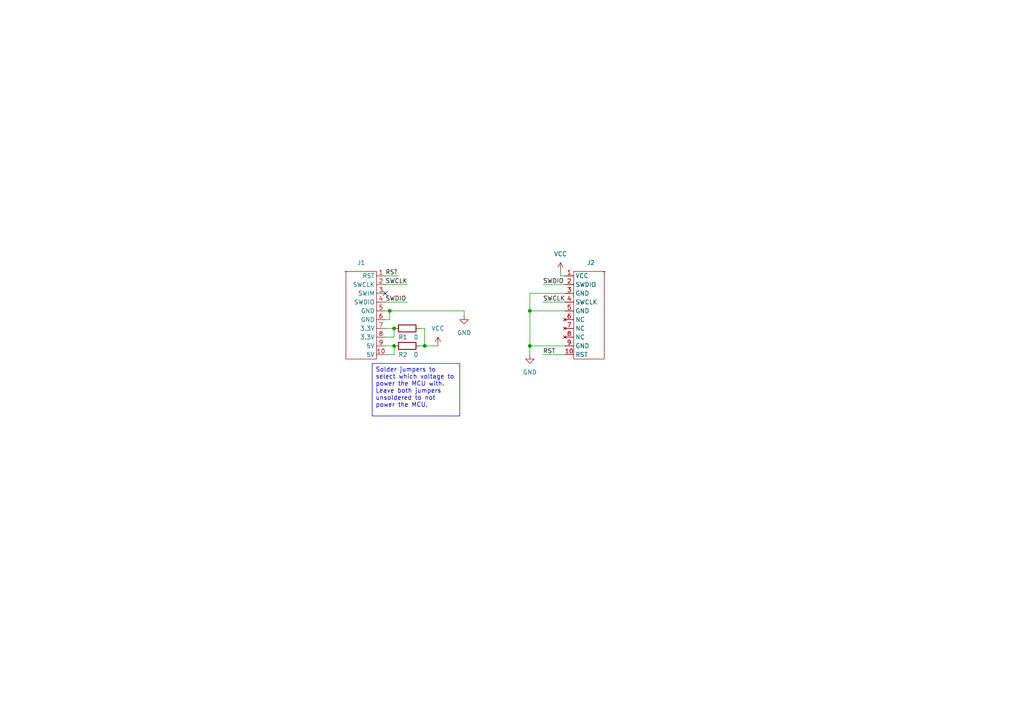
<source format=kicad_sch>
(kicad_sch (version 20231120) (generator "eeschema") (generator_version "8.0")
  (paper "A4")
  (lib_symbols
    (symbol "Device:R" (pin_numbers hide) (pin_names (offset 0))
      (property "Reference" "R" (at 2.032 0 90))
      (property "Value" "R" (at 0 0 90))
      (symbol "R_0_1"
        (rectangle (start -1.016 -2.54) (end 1.016 2.54) (stroke (width 0.254)))
      )
      (symbol "R_1_1"
        (pin passive line (at 0 3.81 270) (length 1.27) (name "~") (number "1"))
        (pin passive line (at 0 -3.81 90) (length 1.27) (name "~") (number "2"))
      )
    )
    (symbol "common-components:0.05in_Ribbon_Header"
      (property "Reference" "J" (at 1.27 1.27 0))
      (symbol "0.05in_Ribbon_Header_0_1"
        (rectangle (start 0 0) (end 8.89 -25.4))
      )
      (symbol "0.05in_Ribbon_Header_1_1"
        (pin power_in line (at 11.43 -1.27 180) (length 2.54) (name "VCC") (number "1"))
        (pin output line (at 11.43 -24.13 180) (length 2.54) (name "RST") (number "10"))
        (pin bidirectional line (at 11.43 -3.81 180) (length 2.54) (name "SWDIO") (number "2"))
        (pin power_in line (at 11.43 -6.35 180) (length 2.54) (name "GND") (number "3"))
        (pin input line (at 11.43 -8.89 180) (length 2.54) (name "SWCLK") (number "4"))
        (pin power_in line (at 11.43 -11.43 180) (length 2.54) (name "GND") (number "5"))
        (pin no_connect line (at 11.43 -13.97 180) (length 2.54) (name "NC") (number "6"))
        (pin no_connect line (at 11.43 -16.51 180) (length 2.54) (name "NC") (number "7"))
        (pin no_connect line (at 11.43 -19.05 180) (length 2.54) (name "NC") (number "8"))
        (pin power_in line (at 11.43 -21.59 180) (length 2.54) (name "GND") (number "9"))
      )
    )
    (symbol "common-components:STLINK_Header"
      (property "Reference" "J" (at 1.27 1.27 0))
      (symbol "STLINK_Header_0_1"
        (rectangle (start 0 0) (end 8.89 -25.4))
      )
      (symbol "STLINK_Header_1_1"
        (pin output line (at 11.43 -1.27 180) (length 2.54) (name "RST") (number "1"))
        (pin power_out line (at 11.43 -24.13 180) (length 2.54) (name "5V") (number "10"))
        (pin output line (at 11.43 -3.81 180) (length 2.54) (name "SWCLK") (number "2"))
        (pin input line (at 11.43 -6.35 180) (length 2.54) (name "SWIM") (number "3"))
        (pin bidirectional line (at 11.43 -8.89 180) (length 2.54) (name "SWDIO") (number "4"))
        (pin power_out line (at 11.43 -11.43 180) (length 2.54) (name "GND") (number "5"))
        (pin power_out line (at 11.43 -13.97 180) (length 2.54) (name "GND") (number "6"))
        (pin power_out line (at 11.43 -16.51 180) (length 2.54) (name "3.3V") (number "7"))
        (pin power_out line (at 11.43 -19.05 180) (length 2.54) (name "3.3V") (number "8"))
        (pin power_out line (at 11.43 -21.59 180) (length 2.54) (name "5V") (number "9"))
      )
    )
    (symbol "power:GND" (power) (pin_names (offset 0))
      (property "Value" "GND" (at 0 -3.81 0))
      (symbol "GND_0_1"
        (polyline (pts (xy 0 0) (xy 0 -1.27) (xy 1.27 -1.27) (xy 0 -2.54) (xy -1.27 -1.27) (xy 0 -1.27)))
      )
      (symbol "GND_1_1"
        (pin power_in line (at 0 0 270) (length 0) hide (name "GND") (number "1"))
      )
    )
    (symbol "power:VCC" (power) (pin_names (offset 0))
      (property "Value" "VCC" (at 0 3.81 0))
      (symbol "VCC_0_1"
        (polyline (pts (xy -0.762 1.27) (xy 0 2.54)))
        (polyline (pts (xy 0 0) (xy 0 2.54)))
        (polyline (pts (xy 0 2.54) (xy 0.762 1.27)))
      )
      (symbol "VCC_1_1"
        (pin power_in line (at 0 0 90) (length 0) hide (name "VCC") (number "1"))
      )
    )
  )
  (junction (at 153.67 100.33))
  (junction (at 113.03 90.17))
  (junction (at 114.3 95.25))
  (junction (at 153.67 90.17))
  (junction (at 123.19 100.33))
  (junction (at 114.3 100.33))
  (no_connect (at 111.76 85.09))
  (wire (pts (xy 114.3 102.87) (xy 114.3 100.33)))
  (wire (pts (xy 111.76 87.63) (xy 118.11 87.63)))
  (wire (pts (xy 162.56 78.74) (xy 162.56 80.01)))
  (wire (pts (xy 113.03 92.71) (xy 113.03 90.17)))
  (wire (pts (xy 163.83 85.09) (xy 153.67 85.09)))
  (wire (pts (xy 121.92 100.33) (xy 123.19 100.33)))
  (wire (pts (xy 123.19 100.33) (xy 123.19 95.25)))
  (wire (pts (xy 153.67 100.33) (xy 153.67 102.87)))
  (wire (pts (xy 153.67 85.09) (xy 153.67 90.17)))
  (wire (pts (xy 153.67 90.17) (xy 153.67 100.33)))
  (wire (pts (xy 123.19 100.33) (xy 127 100.33)))
  (wire (pts (xy 113.03 90.17) (xy 134.62 90.17)))
  (wire (pts (xy 114.3 97.79) (xy 114.3 95.25)))
  (wire (pts (xy 111.76 97.79) (xy 114.3 97.79)))
  (wire (pts (xy 157.48 87.63) (xy 163.83 87.63)))
  (wire (pts (xy 111.76 80.01) (xy 115.57 80.01)))
  (wire (pts (xy 162.56 80.01) (xy 163.83 80.01)))
  (wire (pts (xy 111.76 82.55) (xy 118.11 82.55)))
  (wire (pts (xy 134.62 90.17) (xy 134.62 91.44)))
  (wire (pts (xy 157.48 102.87) (xy 163.83 102.87)))
  (wire (pts (xy 111.76 95.25) (xy 114.3 95.25)))
  (wire (pts (xy 163.83 90.17) (xy 153.67 90.17)))
  (wire (pts (xy 157.48 82.55) (xy 163.83 82.55)))
  (wire (pts (xy 114.3 100.33) (xy 111.76 100.33)))
  (wire (pts (xy 111.76 90.17) (xy 113.03 90.17)))
  (wire (pts (xy 111.76 102.87) (xy 114.3 102.87)))
  (wire (pts (xy 111.76 92.71) (xy 113.03 92.71)))
  (wire (pts (xy 163.83 100.33) (xy 153.67 100.33)))
  (wire (pts (xy 121.92 95.25) (xy 123.19 95.25)))
  (text_box "Solder jumpers to select which voltage to power the MCU with. Leave both jumpers unsoldered to not power the MCU." (at 107.95 105.41 0) (size 25.4 15.24) (effects (font (size 1.27 1.27)) (justify left top)))
  (label "RST" (at 111.76 80.01 0))
  (label "SWDIO" (at 111.76 87.63 0))
  (label "SWDIO" (at 157.48 82.55 0))
  (label "SWCLK" (at 157.48 87.63 0))
  (label "RST" (at 157.48 102.87 0))
  (label "SWCLK" (at 111.76 82.55 0))
  (symbol (lib_id "common-components:0.05in_Ribbon_Header") (at 175.26 78.74 0) (mirror y) (unit 1)
    (property "Reference" "J2" (at 170.18 76.2 0) (effects (justify right)))
    (property "Value" "~" (at 175.26 78.74 0))
    (property "Footprint" "common-components:0.05in_Ribbon_Header" (effects (hide yes)))
    (property "Datasheet" "https://www.digikey.com/en/products/detail/cnc-tech/3240-10-00/3883786" (effects (hide yes)))
    (property "Mates With" "https://www.digikey.com/en/products/detail/cnc-tech/3230-10-0102-00/3883464" (effects (hide yes)))
  )
  (symbol (lib_id "common-components:STLINK_Header") (at 100.33 78.74 0) (unit 1)
    (property "Reference" "J1" (at 104.775 76.2 0))
    (property "Value" "~" (at 100.33 78.74 0))
    (property "Footprint" "common-components:STLINK_Header" (effects (hide yes)))
    (property "Datasheet" "https://www.digikey.com/en/products/detail/sullins-connector-solutions/SFH11-PBPC-D05-ST-BK/1990087" (effects (hide yes)))
  )
  (symbol (lib_id "power:GND") (at 134.62 91.44 0) (unit 1)
    (property "Reference" "#PWR02" (effects (hide yes)))
    (property "Value" "GND" (at 134.62 96.52 0))
  )
  (symbol (lib_id "power:VCC") (at 127 100.33 0) (unit 1)
    (property "Reference" "#PWR01" (effects (hide yes)))
    (property "Value" "VCC" (at 127 95.25 0))
  )
  (symbol (lib_id "power:GND") (at 153.67 102.87 0) (unit 1)
    (property "Reference" "#PWR04" (effects (hide yes)))
    (property "Value" "GND" (at 153.67 107.95 0))
  )
  (symbol (lib_id "power:VCC") (at 162.56 78.74 0) (unit 1)
    (property "Reference" "#PWR03" (effects (hide yes)))
    (property "Value" "VCC" (at 162.56 73.66 0))
  )
  (symbol (lib_id "Device:R") (at 118.11 95.25 90) (unit 1)
    (property "Reference" "R1" (at 116.84 97.79 90))
    (property "Value" "0" (at 120.65 97.79 90))
    (property "Footprint" "Resistor_SMD:R_0805_2012Metric_Pad1.20x1.40mm_HandSolder" (effects (hide yes)))
  )
  (symbol (lib_id "Device:R") (at 118.11 100.33 90) (unit 1)
    (property "Reference" "R2" (at 116.84 102.87 90))
    (property "Value" "0" (at 120.65 102.87 90))
    (property "Footprint" "Resistor_SMD:R_0805_2012Metric_Pad1.20x1.40mm_HandSolder" (effects (hide yes)))
  )
)
</source>
